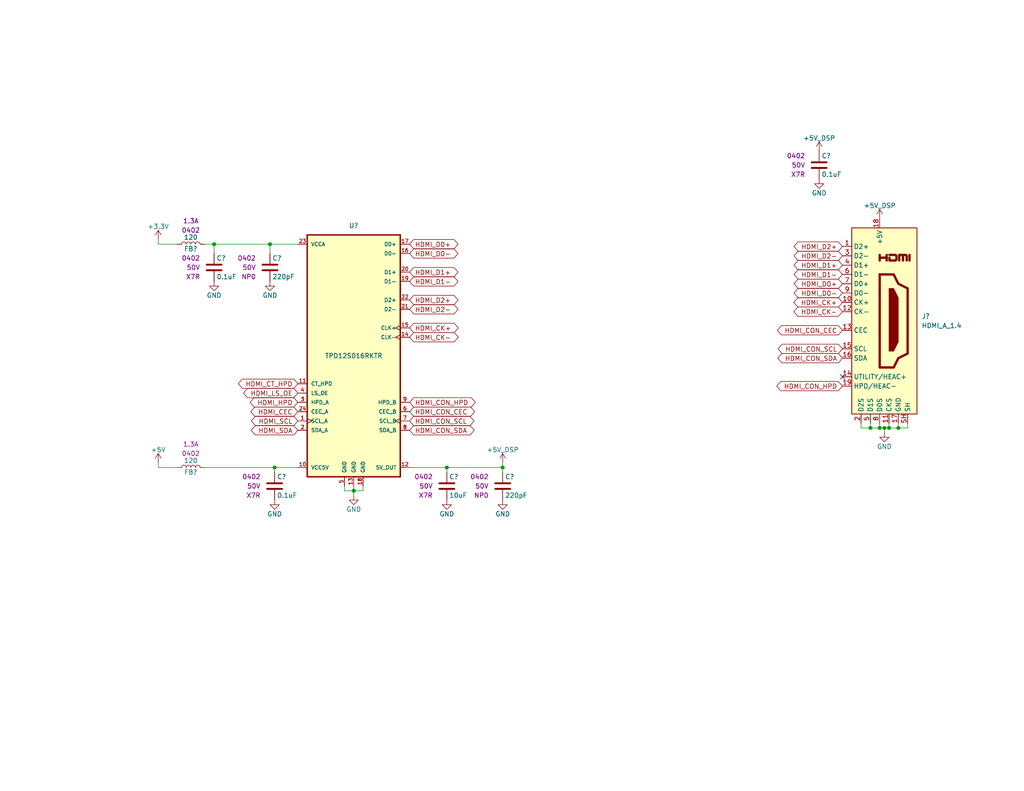
<source format=kicad_sch>
(kicad_sch (version 20211123) (generator eeschema)
  (paper "A")
  (title_block (title "drewSBC") (date "2022-06-26") (rev "PRELIM") (company "Drew Maatman"))
  (lib_symbols
    (symbol "Connector:HDMI_A_1.4"
      (property "Reference" "J" (at -6.35 26.67 0))
      (property "Value" "HDMI_A_1.4" (at 10.16 26.67 0))
      (symbol "HDMI_A_1.4_0_0"
        (polyline (pts (xy 8.128 16.51) (xy 8.128 18.034)) (stroke (width 0.635)))
        (polyline (pts (xy 0 16.51) (xy 0 18.034) (xy 0 17.272) (xy 1.905 17.272) (xy 1.905 18.034) (xy 1.905 16.51)) (stroke (width 0.635)))
        (polyline (pts (xy 2.667 18.034) (xy 4.318 18.034) (xy 4.572 17.78) (xy 4.572 16.764) (xy 4.318 16.51) (xy 2.667 16.51) (xy 2.667 17.272)) (stroke (width 0.635)))
      )
      (symbol "HDMI_A_1.4_0_1"
        (rectangle (start -7.62 25.4) (end 10.16 -25.4) (stroke (width 0.254)) (fill (type background)))
        (polyline (pts (xy 2.54 8.89) (xy 3.81 8.89) (xy 5.08 6.35) (xy 5.08 -5.715) (xy 3.81 -8.255) (xy 2.54 -8.255) (xy 2.54 8.89)) (fill (type outline)))
        (polyline (pts (xy 5.334 16.51) (xy 5.334 18.034) (xy 6.35 18.034) (xy 6.35 16.51) (xy 6.35 18.034) (xy 7.112 18.034) (xy 7.366 17.78) (xy 7.366 16.51)) (stroke (width 0.635)))
        (polyline (pts (xy 0 12.7) (xy 0 -12.7) (xy 3.81 -12.7) (xy 5.08 -10.16) (xy 7.62 -8.89) (xy 7.62 8.89) (xy 5.08 10.16) (xy 3.81 12.7) (xy 0 12.7)) (stroke (width 0.635)))
      )
      (symbol "HDMI_A_1.4_1_1"
        (pin passive line (at -10.16 20.32 0) (length 2.54) (name "D2+") (number "1"))
        (pin passive line (at -10.16 5.08 0) (length 2.54) (name "CK+") (number "10"))
        (pin power_in line (at 2.54 -27.94 90) (length 2.54) (name "CKS") (number "11"))
        (pin passive line (at -10.16 2.54 0) (length 2.54) (name "CK-") (number "12"))
        (pin bidirectional line (at -10.16 -2.54 0) (length 2.54) (name "CEC") (number "13"))
        (pin passive line (at -10.16 -15.24 0) (length 2.54) (name "UTILITY/HEAC+") (number "14"))
        (pin passive line (at -10.16 -7.62 0) (length 2.54) (name "SCL") (number "15"))
        (pin bidirectional line (at -10.16 -10.16 0) (length 2.54) (name "SDA") (number "16"))
        (pin power_in line (at 5.08 -27.94 90) (length 2.54) (name "GND") (number "17"))
        (pin power_in line (at 0 27.94 270) (length 2.54) (name "+5V") (number "18"))
        (pin passive line (at -10.16 -17.78 0) (length 2.54) (name "HPD/HEAC-") (number "19"))
        (pin power_in line (at -5.08 -27.94 90) (length 2.54) (name "D2S") (number "2"))
        (pin passive line (at -10.16 17.78 0) (length 2.54) (name "D2-") (number "3"))
        (pin passive line (at -10.16 15.24 0) (length 2.54) (name "D1+") (number "4"))
        (pin power_in line (at -2.54 -27.94 90) (length 2.54) (name "D1S") (number "5"))
        (pin passive line (at -10.16 12.7 0) (length 2.54) (name "D1-") (number "6"))
        (pin passive line (at -10.16 10.16 0) (length 2.54) (name "D0+") (number "7"))
        (pin power_in line (at 0 -27.94 90) (length 2.54) (name "D0S") (number "8"))
        (pin passive line (at -10.16 7.62 0) (length 2.54) (name "D0-") (number "9"))
        (pin passive line (at 7.62 -27.94 90) (length 2.54) (name "SH") (number "SH"))
      )
    )
    (symbol "Custom Library:+5V_DSP" (power) (pin_names (offset 0))
      (property "Value" "+5V_DSP" (at 0 3.556 0))
      (symbol "+5V_DSP_0_1"
        (polyline (pts (xy -0.762 1.27) (xy 0 2.54)))
        (polyline (pts (xy 0 0) (xy 0 2.54)))
        (polyline (pts (xy 0 2.54) (xy 0.762 1.27)))
      )
      (symbol "+5V_DSP_1_1"
        (pin power_in line (at 0 0 90) (length 0) hide (name "+5V_DSP") (number "1"))
      )
    )
    (symbol "Custom Library:FB_Custom" (pin_numbers hide) (pin_names (offset 1.016) hide)
      (property "Reference" "FB" (at -1.27 0 90))
      (property "Value" "FB_Custom" (at 1.905 0 90))
      (property "display_footprint" "Foot" (at 3.81 0 90))
      (property "Ampacity" "A" (at 6.35 0 90))
      (symbol "FB_Custom_0_1"
        (arc (start 0 -2.54) (mid 0.635 -1.905) (end 0 -1.27))
        (arc (start 0 -1.27) (mid 0.635 -0.635) (end 0 0))
        (arc (start 0 0) (mid 0.635 0.635) (end 0 1.27))
        (arc (start 0 1.27) (mid 0.635 1.905) (end 0 2.54))
      )
      (symbol "FB_Custom_1_1"
        (pin passive line (at 0 3.81 270) (length 1.27) (name "1") (number "1"))
        (pin passive line (at 0 -3.81 90) (length 1.27) (name "2") (number "2"))
      )
    )
    (symbol "Custom Library:TPD12S016RKTR" (pin_names (offset 1.016))
      (property "Reference" "U?" (at 0 35.56 0))
      (property "Value" "TPD12S016RKTR" (at 0 0 0))
      (symbol "TPD12S016RKTR_0_0"
        (rectangle (start -12.7 -33.02) (end 12.7 33.02) (stroke (width 0.4064)) (fill (type background)))
        (pin input clock (at -15.24 -17.78 0) (length 2.54) (name "SCL_A") (number "1"))
        (pin power_in line (at -15.24 -30.48 0) (length 2.54) (name "VCC5V") (number "10"))
        (pin input line (at -15.24 -7.62 0) (length 2.54) (name "CT_HPD") (number "11"))
        (pin output line (at 15.24 -30.48 180) (length 2.54) (name "5V_OUT") (number "12"))
        (pin power_in line (at 0 -35.56 90) (length 2.54) (name "GND") (number "13"))
        (pin input clock (at 15.24 5.08 180) (length 2.54) (name "CLK-") (number "14"))
        (pin input clock (at 15.24 7.62 180) (length 2.54) (name "CLK+") (number "15"))
        (pin bidirectional line (at 15.24 27.94 180) (length 2.54) (name "D0-") (number "16"))
        (pin bidirectional line (at 15.24 30.48 180) (length 2.54) (name "D0+") (number "17"))
        (pin power_in line (at 2.54 -35.56 90) (length 2.54) (name "GND") (number "18"))
        (pin bidirectional line (at 15.24 20.32 180) (length 2.54) (name "D1-") (number "19"))
        (pin bidirectional line (at -15.24 -20.32 0) (length 2.54) (name "SDA_A") (number "2"))
        (pin bidirectional line (at 15.24 22.86 180) (length 2.54) (name "D1+") (number "20"))
        (pin bidirectional line (at 15.24 12.7 180) (length 2.54) (name "D2-") (number "21"))
        (pin bidirectional line (at 15.24 15.24 180) (length 2.54) (name "D2+") (number "22"))
        (pin power_in line (at -15.24 30.48 0) (length 2.54) (name "VCCA") (number "23"))
        (pin bidirectional line (at -15.24 -15.24 0) (length 2.54) (name "CEC_A") (number "24"))
        (pin output line (at -15.24 -12.7 0) (length 2.54) (name "HPD_A") (number "3"))
        (pin input line (at -15.24 -10.16 0) (length 2.54) (name "LS_OE") (number "4"))
        (pin power_in line (at -2.54 -35.56 90) (length 2.54) (name "GND") (number "5"))
        (pin bidirectional line (at 15.24 -15.24 180) (length 2.54) (name "CEC_B") (number "6"))
        (pin input clock (at 15.24 -17.78 180) (length 2.54) (name "SCL_B") (number "7"))
        (pin bidirectional line (at 15.24 -20.32 180) (length 2.54) (name "SDA_B") (number "8"))
        (pin input line (at 15.24 -12.7 180) (length 2.54) (name "HPD_B") (number "9"))
      )
    )
    (symbol "Custom_Library:C_Custom" (pin_numbers hide) (pin_names (offset 0.254))
      (property "Reference" "C" (at 0.635 2.54 0))
      (property "Value" "C_Custom" (at 0.635 -2.54 0))
      (property "display_footprint" "Foot" (at -3.81 2.54 0))
      (property "Voltage" "V" (at -3.81 0 0))
      (property "Dielectric" "Er" (at -3.81 -2.54 0))
      (symbol "C_Custom_0_1"
        (polyline (pts (xy -2.032 -0.762) (xy 2.032 -0.762)) (stroke (width 0.508)))
        (polyline (pts (xy -2.032 0.762) (xy 2.032 0.762)) (stroke (width 0.508)))
      )
      (symbol "C_Custom_1_1"
        (pin passive line (at 0 3.81 270) (length 2.794) (name "~") (number "1"))
        (pin passive line (at 0 -3.81 90) (length 2.794) (name "~") (number "2"))
      )
    )
    (symbol "power:+3.3V" (power) (pin_names (offset 0))
      (property "Value" "+3.3V" (at 0 3.556 0))
      (symbol "+3.3V_0_1"
        (polyline (pts (xy -0.762 1.27) (xy 0 2.54)))
        (polyline (pts (xy 0 0) (xy 0 2.54)))
        (polyline (pts (xy 0 2.54) (xy 0.762 1.27)))
      )
      (symbol "+3.3V_1_1"
        (pin power_in line (at 0 0 90) (length 0) hide (name "+3.3V") (number "1"))
      )
    )
    (symbol "power:+5V" (power) (pin_names (offset 0))
      (property "Value" "+5V" (at 0 3.556 0))
      (symbol "+5V_0_1"
        (polyline (pts (xy -0.762 1.27) (xy 0 2.54)))
        (polyline (pts (xy 0 0) (xy 0 2.54)))
        (polyline (pts (xy 0 2.54) (xy 0.762 1.27)))
      )
      (symbol "+5V_1_1"
        (pin power_in line (at 0 0 90) (length 0) hide (name "+5V") (number "1"))
      )
    )
    (symbol "power:GND" (power) (pin_names (offset 0))
      (property "Value" "GND" (at 0 -3.81 0))
      (symbol "GND_0_1"
        (polyline (pts (xy 0 0) (xy 0 -1.27) (xy 1.27 -1.27) (xy 0 -2.54) (xy -1.27 -1.27) (xy 0 -1.27)))
      )
      (symbol "GND_1_1"
        (pin power_in line (at 0 0 270) (length 0) hide (name "GND") (number "1"))
      )
    )
  )
  (junction (at 58.42 66.675))
  (junction (at 240.03 116.84))
  (junction (at 245.11 116.84))
  (junction (at 74.93 127.635))
  (junction (at 241.3 116.84))
  (junction (at 137.16 127.635))
  (junction (at 96.52 133.985))
  (junction (at 242.57 116.84))
  (junction (at 121.92 127.635))
  (junction (at 73.66 66.675))
  (junction (at 237.49 116.84))
  (no_connect (at 229.87 102.87))
  (wire (pts (xy 241.3 116.84) (xy 242.57 116.84)))
  (wire (pts (xy 237.49 116.84) (xy 234.95 116.84)))
  (wire (pts (xy 58.42 66.675) (xy 58.42 69.215)))
  (wire (pts (xy 137.16 127.635) (xy 137.16 128.905)))
  (wire (pts (xy 73.66 66.675) (xy 73.66 69.215)))
  (wire (pts (xy 245.11 116.84) (xy 247.65 116.84)))
  (wire (pts (xy 242.57 115.57) (xy 242.57 116.84)))
  (wire (pts (xy 237.49 115.57) (xy 237.49 116.84)))
  (wire (pts (xy 55.88 127.635) (xy 74.93 127.635)))
  (wire (pts (xy 93.98 132.715) (xy 93.98 133.985)))
  (wire (pts (xy 242.57 116.84) (xy 245.11 116.84)))
  (wire (pts (xy 234.95 115.57) (xy 234.95 116.84)))
  (wire (pts (xy 99.06 132.715) (xy 99.06 133.985)))
  (wire (pts (xy 121.92 127.635) (xy 121.92 128.905)))
  (wire (pts (xy 245.11 115.57) (xy 245.11 116.84)))
  (wire (pts (xy 55.88 66.675) (xy 58.42 66.675)))
  (wire (pts (xy 43.18 66.675) (xy 48.26 66.675)))
  (wire (pts (xy 137.16 126.365) (xy 137.16 127.635)))
  (wire (pts (xy 93.98 133.985) (xy 96.52 133.985)))
  (wire (pts (xy 81.28 127.635) (xy 74.93 127.635)))
  (wire (pts (xy 43.18 126.365) (xy 43.18 127.635)))
  (wire (pts (xy 96.52 132.715) (xy 96.52 133.985)))
  (wire (pts (xy 73.66 66.675) (xy 58.42 66.675)))
  (wire (pts (xy 240.03 115.57) (xy 240.03 116.84)))
  (wire (pts (xy 43.18 127.635) (xy 48.26 127.635)))
  (wire (pts (xy 241.3 118.11) (xy 241.3 116.84)))
  (wire (pts (xy 111.76 127.635) (xy 121.92 127.635)))
  (wire (pts (xy 74.93 127.635) (xy 74.93 128.905)))
  (wire (pts (xy 96.52 133.985) (xy 99.06 133.985)))
  (wire (pts (xy 240.03 116.84) (xy 237.49 116.84)))
  (wire (pts (xy 96.52 133.985) (xy 96.52 135.255)))
  (wire (pts (xy 121.92 127.635) (xy 137.16 127.635)))
  (wire (pts (xy 43.18 65.405) (xy 43.18 66.675)))
  (wire (pts (xy 81.28 66.675) (xy 73.66 66.675)))
  (wire (pts (xy 247.65 116.84) (xy 247.65 115.57)))
  (wire (pts (xy 241.3 116.84) (xy 240.03 116.84)))
  (global_label "HDMI_CON_HPD" (shape bidirectional) (at 229.87 105.41 180) (property "Intersheet References" "${INTERSHEET_REFS}" (at 213.0636 105.3306 0) (effects (justify right))))
  (global_label "HDMI_CON_SCL" (shape bidirectional) (at 111.76 114.935 0) (property "Intersheet References" "${INTERSHEET_REFS}" (at 128.2036 114.8556 0) (effects (justify left))))
  (global_label "HDMI_CON_SCL" (shape bidirectional) (at 229.87 95.25 180) (property "Intersheet References" "${INTERSHEET_REFS}" (at 213.4264 95.1706 0) (effects (justify right))))
  (global_label "HDMI_D2+" (shape bidirectional) (at 229.87 67.31 180) (property "Intersheet References" "${INTERSHEET_REFS}" (at 217.7807 67.2306 0) (effects (justify right))))
  (global_label "HDMI_CON_SDA" (shape bidirectional) (at 229.87 97.79 180) (property "Intersheet References" "${INTERSHEET_REFS}" (at 213.3659 97.7106 0) (effects (justify right))))
  (global_label "HDMI_D1+" (shape bidirectional) (at 111.76 74.295 0) (property "Intersheet References" "${INTERSHEET_REFS}" (at 123.8493 74.2156 0) (effects (justify left))))
  (global_label "HDMI_D0+" (shape bidirectional) (at 229.87 77.47 180) (property "Intersheet References" "${INTERSHEET_REFS}" (at 217.7807 77.3906 0) (effects (justify right))))
  (global_label "HDMI_D2+" (shape bidirectional) (at 111.76 81.915 0) (property "Intersheet References" "${INTERSHEET_REFS}" (at 123.8493 81.8356 0) (effects (justify left))))
  (global_label "HDMI_CON_SDA" (shape bidirectional) (at 111.76 117.475 0) (property "Intersheet References" "${INTERSHEET_REFS}" (at 128.2641 117.3956 0) (effects (justify left))))
  (global_label "HDMI_CON_CEC" (shape bidirectional) (at 229.87 90.17 180) (property "Intersheet References" "${INTERSHEET_REFS}" (at 213.245 90.0906 0) (effects (justify right))))
  (global_label "HDMI_D1-" (shape bidirectional) (at 111.76 76.835 0) (property "Intersheet References" "${INTERSHEET_REFS}" (at 123.8493 76.7556 0) (effects (justify left))))
  (global_label "HDMI_CEC" (shape bidirectional) (at 81.28 112.395 180) (property "Intersheet References" "${INTERSHEET_REFS}" (at 69.5536 112.3156 0) (effects (justify right))))
  (global_label "HDMI_D0+" (shape bidirectional) (at 111.76 66.675 0) (property "Intersheet References" "${INTERSHEET_REFS}" (at 123.8493 66.5956 0) (effects (justify left))))
  (global_label "HDMI_HPD" (shape bidirectional) (at 81.28 109.855 180) (property "Intersheet References" "${INTERSHEET_REFS}" (at 69.3721 109.7756 0) (effects (justify right))))
  (global_label "HDMI_CK-" (shape bidirectional) (at 111.76 92.075 0) (property "Intersheet References" "${INTERSHEET_REFS}" (at 123.9098 91.9956 0) (effects (justify left))))
  (global_label "HDMI_D2-" (shape bidirectional) (at 111.76 84.455 0) (property "Intersheet References" "${INTERSHEET_REFS}" (at 123.8493 84.3756 0) (effects (justify left))))
  (global_label "HDMI_CON_HPD" (shape bidirectional) (at 111.76 109.855 0) (property "Intersheet References" "${INTERSHEET_REFS}" (at 128.5664 109.7756 0) (effects (justify left))))
  (global_label "HDMI_LS_OE" (shape bidirectional) (at 81.28 107.315 180) (property "Intersheet References" "${INTERSHEET_REFS}" (at 67.5579 107.2356 0) (effects (justify right))))
  (global_label "HDMI_CON_CEC" (shape bidirectional) (at 111.76 112.395 0) (property "Intersheet References" "${INTERSHEET_REFS}" (at 128.385 112.3156 0) (effects (justify left))))
  (global_label "HDMI_SDA" (shape bidirectional) (at 81.28 117.475 180) (property "Intersheet References" "${INTERSHEET_REFS}" (at 69.6745 117.3956 0) (effects (justify right))))
  (global_label "HDMI_D1+" (shape bidirectional) (at 229.87 72.39 180) (property "Intersheet References" "${INTERSHEET_REFS}" (at 217.7807 72.3106 0) (effects (justify right))))
  (global_label "HDMI_SCL" (shape bidirectional) (at 81.28 114.935 180) (property "Intersheet References" "${INTERSHEET_REFS}" (at 69.735 114.8556 0) (effects (justify right))))
  (global_label "HDMI_CK-" (shape bidirectional) (at 229.87 85.09 180) (property "Intersheet References" "${INTERSHEET_REFS}" (at 217.7202 85.0106 0) (effects (justify right))))
  (global_label "HDMI_CT_HPD" (shape bidirectional) (at 81.28 104.775 180) (property "Intersheet References" "${INTERSHEET_REFS}" (at 66.1669 104.6956 0) (effects (justify right))))
  (global_label "HDMI_D1-" (shape bidirectional) (at 229.87 74.93 180) (property "Intersheet References" "${INTERSHEET_REFS}" (at 217.7807 74.8506 0) (effects (justify right))))
  (global_label "HDMI_D0-" (shape bidirectional) (at 229.87 80.01 180) (property "Intersheet References" "${INTERSHEET_REFS}" (at 217.7807 79.9306 0) (effects (justify right))))
  (global_label "HDMI_CK+" (shape bidirectional) (at 111.76 89.535 0) (property "Intersheet References" "${INTERSHEET_REFS}" (at 123.9098 89.4556 0) (effects (justify left))))
  (global_label "HDMI_D2-" (shape bidirectional) (at 229.87 69.85 180) (property "Intersheet References" "${INTERSHEET_REFS}" (at 217.7807 69.7706 0) (effects (justify right))))
  (global_label "HDMI_CK+" (shape bidirectional) (at 229.87 82.55 180) (property "Intersheet References" "${INTERSHEET_REFS}" (at 217.7202 82.4706 0) (effects (justify right))))
  (global_label "HDMI_D0-" (shape bidirectional) (at 111.76 69.215 0) (property "Intersheet References" "${INTERSHEET_REFS}" (at 123.8493 69.1356 0) (effects (justify left))))
  (symbol (lib_id "Connector:HDMI_A_1.4") (at 240.03 87.63 0) (unit 1)
    (property "Reference" "J?" (at 251.46 86.3599 0) (effects (justify left)))
    (property "Value" "HDMI_A_1.4" (at 251.46 88.8999 0) (effects (justify left)))
    (property "Datasheet" "https://en.wikipedia.org/wiki/HDMI" (effects hide))
  )
  (symbol (lib_id "power:GND") (at 73.66 76.835 0) (unit 1)
    (property "Reference" "#PWR?" (effects hide))
    (property "Value" "GND" (at 73.66 80.645 0))
  )
  (symbol (lib_id "Custom Library:+5V_DSP") (at 223.52 41.275 0) (unit 1)
    (property "Reference" "#PWR?" (effects hide))
    (property "Value" "+5V_DSP" (at 223.52 37.719 0))
  )
  (symbol (lib_id "Custom Library:+5V_DSP") (at 240.03 59.69 0) (unit 1)
    (property "Reference" "#PWR?" (effects hide))
    (property "Value" "+5V_DSP" (at 240.03 56.134 0))
  )
  (symbol (lib_id "power:GND") (at 58.42 76.835 0) (unit 1)
    (property "Reference" "#PWR?" (effects hide))
    (property "Value" "GND" (at 58.42 80.645 0))
  )
  (symbol (lib_id "Custom_Library:C_Custom") (at 121.92 132.715 0) (unit 1)
    (property "Reference" "C?" (at 122.555 130.175 0) (effects (justify left)))
    (property "Value" "10uF" (at 122.555 135.255 0) (effects (justify left)))
    (property "Footprint" "Capacitors_SMD:C_0402" (effects hide))
    (property "display_footprint" "0402" (at 118.11 130.175 0) (effects (justify right)))
    (property "Voltage" "50V" (at 118.11 132.715 0) (effects (justify right)))
    (property "Dielectric" "X7R" (at 118.11 135.255 0) (effects (justify right)))
  )
  (symbol (lib_id "power:GND") (at 121.92 136.525 0) (unit 1)
    (property "Reference" "#PWR?" (effects hide))
    (property "Value" "GND" (at 121.92 140.335 0))
  )
  (symbol (lib_id "power:GND") (at 74.93 136.525 0) (unit 1)
    (property "Reference" "#PWR?" (effects hide))
    (property "Value" "GND" (at 74.93 140.335 0))
  )
  (symbol (lib_id "Custom_Library:C_Custom") (at 223.52 45.085 0) (unit 1)
    (property "Reference" "C?" (at 224.155 42.545 0) (effects (justify left)))
    (property "Value" "0.1uF" (at 224.155 47.625 0) (effects (justify left)))
    (property "Footprint" "Capacitors_SMD:C_0402" (effects hide))
    (property "display_footprint" "0402" (at 219.71 42.545 0) (effects (justify right)))
    (property "Voltage" "50V" (at 219.71 45.085 0) (effects (justify right)))
    (property "Dielectric" "X7R" (at 219.71 47.625 0) (effects (justify right)))
    (property "Digi-Key PN" "490-10698-1-ND" (effects hide))
  )
  (symbol (lib_id "Custom_Library:C_Custom") (at 137.16 132.715 0) (unit 1)
    (property "Reference" "C?" (at 137.795 130.175 0) (effects (justify left)))
    (property "Value" "220pF" (at 137.795 135.255 0) (effects (justify left)))
    (property "Footprint" "Capacitors_SMD:C_0402" (effects hide))
    (property "display_footprint" "0402" (at 133.35 130.175 0) (effects (justify right)))
    (property "Voltage" "50V" (at 133.35 132.715 0) (effects (justify right)))
    (property "Dielectric" "NP0" (at 133.35 135.255 0) (effects (justify right)))
  )
  (symbol (lib_id "power:+5V") (at 43.18 126.365 0) (unit 1)
    (property "Reference" "#PWR?" (effects hide))
    (property "Value" "+5V" (at 43.18 122.809 0))
  )
  (symbol (lib_id "Custom_Library:C_Custom") (at 58.42 73.025 0) (unit 1)
    (property "Reference" "C?" (at 59.055 70.485 0) (effects (justify left)))
    (property "Value" "0.1uF" (at 59.055 75.565 0) (effects (justify left)))
    (property "Footprint" "Capacitors_SMD:C_0402" (effects hide))
    (property "display_footprint" "0402" (at 54.61 70.485 0) (effects (justify right)))
    (property "Voltage" "50V" (at 54.61 73.025 0) (effects (justify right)))
    (property "Dielectric" "X7R" (at 54.61 75.565 0) (effects (justify right)))
    (property "Digi-Key PN" "490-10698-1-ND" (effects hide))
  )
  (symbol (lib_id "power:GND") (at 223.52 48.895 0) (unit 1)
    (property "Reference" "#PWR?" (effects hide))
    (property "Value" "GND" (at 223.52 52.705 0))
  )
  (symbol (lib_id "power:GND") (at 241.3 118.11 0) (unit 1)
    (property "Reference" "#PWR?" (effects hide))
    (property "Value" "GND" (at 241.3 121.92 0))
  )
  (symbol (lib_id "Custom Library:FB_Custom") (at 52.07 66.675 90) (unit 1)
    (property "Reference" "FB?" (at 52.07 67.945 90))
    (property "Value" "120" (at 52.07 64.77 90))
    (property "display_footprint" "0402" (at 52.07 62.865 90))
    (property "Ampacity" "1.3A" (at 52.07 60.325 90))
  )
  (symbol (lib_id "Custom_Library:C_Custom") (at 73.66 73.025 0) (unit 1)
    (property "Reference" "C?" (at 74.295 70.485 0) (effects (justify left)))
    (property "Value" "220pF" (at 74.295 75.565 0) (effects (justify left)))
    (property "Footprint" "Capacitors_SMD:C_0402" (effects hide))
    (property "display_footprint" "0402" (at 69.85 70.485 0) (effects (justify right)))
    (property "Voltage" "50V" (at 69.85 73.025 0) (effects (justify right)))
    (property "Dielectric" "NP0" (at 69.85 75.565 0) (effects (justify right)))
  )
  (symbol (lib_id "power:+3.3V") (at 43.18 65.405 0) (unit 1)
    (property "Reference" "#PWR?" (effects hide))
    (property "Value" "+3.3V" (at 43.18 61.849 0))
  )
  (symbol (lib_id "Custom_Library:C_Custom") (at 74.93 132.715 0) (unit 1)
    (property "Reference" "C?" (at 75.565 130.175 0) (effects (justify left)))
    (property "Value" "0.1uF" (at 75.565 135.255 0) (effects (justify left)))
    (property "Footprint" "Capacitors_SMD:C_0402" (effects hide))
    (property "display_footprint" "0402" (at 71.12 130.175 0) (effects (justify right)))
    (property "Voltage" "50V" (at 71.12 132.715 0) (effects (justify right)))
    (property "Dielectric" "X7R" (at 71.12 135.255 0) (effects (justify right)))
    (property "Digi-Key PN" "490-10698-1-ND" (effects hide))
  )
  (symbol (lib_id "power:GND") (at 137.16 136.525 0) (unit 1)
    (property "Reference" "#PWR?" (effects hide))
    (property "Value" "GND" (at 137.16 140.335 0))
  )
  (symbol (lib_id "power:GND") (at 96.52 135.255 0) (unit 1)
    (property "Reference" "#PWR?" (effects hide))
    (property "Value" "GND" (at 96.52 139.065 0))
  )
  (symbol (lib_id "Custom Library:FB_Custom") (at 52.07 127.635 90) (unit 1)
    (property "Reference" "FB?" (at 52.07 128.905 90))
    (property "Value" "120" (at 52.07 125.73 90))
    (property "display_footprint" "0402" (at 52.07 123.825 90))
    (property "Ampacity" "1.3A" (at 52.07 121.285 90))
  )
  (symbol (lib_id "Custom Library:+5V_DSP") (at 137.16 126.365 0) (unit 1)
    (property "Reference" "#PWR?" (effects hide))
    (property "Value" "+5V_DSP" (at 137.16 122.809 0))
  )
  (symbol (lib_id "Custom Library:TPD12S016RKTR") (at 96.52 97.155 0) (unit 1)
    (property "Reference" "U?" (at 96.52 61.595 0))
    (property "Value" "TPD12S016RKTR" (at 96.52 97.155 0))
    (property "Footprint" "Custom Footprints Library:IC_TPD12S016RKTR" (effects hide))
    (property "Datasheet" "https://www.ti.com/lit/ds/symlink/tpd12s016.pdf?ts=1658853424487&ref_url=https%253A%252F%252Fwww.google.com%252F" (effects hide))
  )
)
</source>
